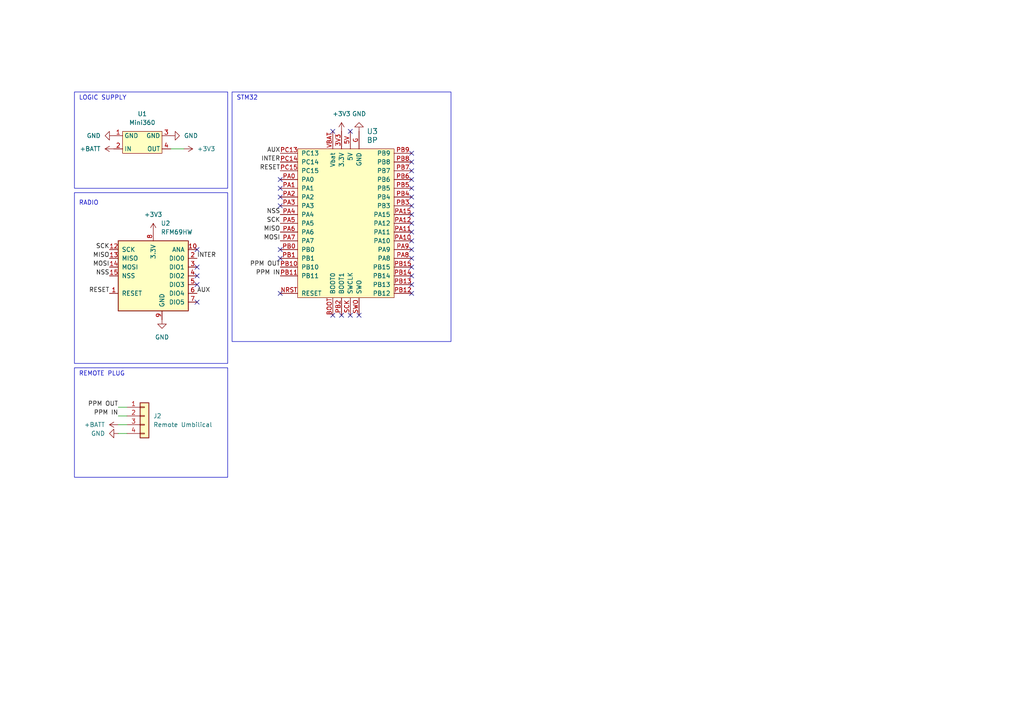
<source format=kicad_sch>
(kicad_sch (version 20230121) (generator eeschema)
  (paper "A4")
  (lib_symbols
    (symbol "Connector_Generic:Conn_01x04" (pin_names (offset 1.016) hide)
      (property "Reference" "J" (at 0 5.08 0))
      (property "Value" "Conn_01x04" (at 0 -7.62 0))
      (symbol "Conn_01x04_1_1"
        (rectangle (start -1.27 -4.953) (end 0 -5.207) (stroke (width 0.1524)))
        (rectangle (start -1.27 -2.413) (end 0 -2.667) (stroke (width 0.1524)))
        (rectangle (start -1.27 0.127) (end 0 -0.127) (stroke (width 0.1524)))
        (rectangle (start -1.27 2.667) (end 0 2.413) (stroke (width 0.1524)))
        (rectangle (start -1.27 3.81) (end 1.27 -6.35) (stroke (width 0.254)) (fill (type background)))
        (pin passive line (at -5.08 2.54 0) (length 3.81) (name "Pin_1") (number "1"))
        (pin passive line (at -5.08 0 0) (length 3.81) (name "Pin_2") (number "2"))
        (pin passive line (at -5.08 -2.54 0) (length 3.81) (name "Pin_3") (number "3"))
        (pin passive line (at -5.08 -5.08 0) (length 3.81) (name "Pin_4") (number "4"))
      )
    )
    (symbol "My_Library:Mini360"
      (property "Reference" "U" (at 2.54 7.62 0))
      (property "Value" "Mini360" (at 6.35 10.16 0))
      (symbol "Mini360_1_1"
        (rectangle (start 0 6.35) (end 11.43 0) (fill (type background)))
        (pin power_in line (at -2.54 5.08 0) (length 2.54) (name "GND") (number "1"))
        (pin power_in line (at -2.54 1.27 0) (length 2.54) (name "IN") (number "2"))
        (pin power_in line (at 13.97 5.08 180) (length 2.54) (name "GND") (number "3"))
        (pin power_out line (at 13.97 1.27 180) (length 2.54) (name "OUT") (number "4"))
      )
    )
    (symbol "My_Library:STM32 Bluepill" (pin_names (offset 1.016))
      (property "Reference" "U" (at -11.43 22.86 0))
      (property "Value" "BP" (at 7.62 -24.13 0))
      (symbol "STM32 Bluepill_1_1"
        (rectangle (start -13.97 21.59) (end 13.97 -21.59) (fill (type background)))
        (pin power_out line (at -1.27 26.67 270) (length 5.08) (name "3.3V") (number "3V3"))
        (pin power_out line (at 1.27 26.67 270) (length 5.08) (name "5V") (number "5V"))
        (pin input line (at -3.81 -26.67 90) (length 5.08) (name "BOOT0") (number "BOOT"))
        (pin power_out line (at 3.81 26.67 270) (length 5.08) (name "GND") (number "G"))
        (pin input line (at -19.05 -20.32 0) (length 5.08) (name "RESET") (number "NRST"))
        (pin bidirectional line (at -19.05 12.7 0) (length 5.08) (name "PA0") (number "PA0"))
        (pin bidirectional line (at -19.05 10.16 0) (length 5.08) (name "PA1") (number "PA1"))
        (pin bidirectional line (at 19.05 -5.08 180) (length 5.08) (name "PA10") (number "PA10"))
        (pin bidirectional line (at 19.05 -2.54 180) (length 5.08) (name "PA11") (number "PA11"))
        (pin bidirectional line (at 19.05 0 180) (length 5.08) (name "PA12") (number "PA12"))
        (pin bidirectional line (at 19.05 2.54 180) (length 5.08) (name "PA15") (number "PA15"))
        (pin bidirectional line (at -19.05 7.62 0) (length 5.08) (name "PA2") (number "PA2"))
        (pin bidirectional line (at -19.05 5.08 0) (length 5.08) (name "PA3") (number "PA3"))
        (pin bidirectional line (at -19.05 2.54 0) (length 5.08) (name "PA4") (number "PA4"))
        (pin bidirectional line (at -19.05 0 0) (length 5.08) (name "PA5") (number "PA5"))
        (pin bidirectional line (at -19.05 -2.54 0) (length 5.08) (name "PA6") (number "PA6"))
        (pin bidirectional line (at -19.05 -5.08 0) (length 5.08) (name "PA7") (number "PA7"))
        (pin bidirectional line (at 19.05 -10.16 180) (length 5.08) (name "PA8") (number "PA8"))
        (pin bidirectional line (at 19.05 -7.62 180) (length 5.08) (name "PA9") (number "PA9"))
        (pin bidirectional line (at -19.05 -7.62 0) (length 5.08) (name "PB0") (number "PB0"))
        (pin bidirectional line (at -19.05 -10.16 0) (length 5.08) (name "PB1") (number "PB1"))
        (pin bidirectional line (at -19.05 -12.7 0) (length 5.08) (name "PB10") (number "PB10"))
        (pin bidirectional line (at -19.05 -15.24 0) (length 5.08) (name "PB11") (number "PB11"))
        (pin bidirectional line (at 19.05 -20.32 180) (length 5.08) (name "PB12") (number "PB12"))
        (pin bidirectional line (at 19.05 -17.78 180) (length 5.08) (name "PB13") (number "PB13"))
        (pin bidirectional line (at 19.05 -15.24 180) (length 5.08) (name "PB14") (number "PB14"))
        (pin bidirectional line (at 19.05 -12.7 180) (length 5.08) (name "PB15") (number "PB15"))
        (pin bidirectional line (at -1.27 -26.67 90) (length 5.08) (name "BOOT1") (number "PB2"))
        (pin bidirectional line (at 19.05 5.08 180) (length 5.08) (name "PB3") (number "PB3"))
        (pin bidirectional line (at 19.05 7.62 180) (length 5.08) (name "PB4") (number "PB4"))
        (pin bidirectional line (at 19.05 10.16 180) (length 5.08) (name "PB5") (number "PB5"))
        (pin bidirectional line (at 19.05 12.7 180) (length 5.08) (name "PB6") (number "PB6"))
        (pin bidirectional line (at 19.05 15.24 180) (length 5.08) (name "PB7") (number "PB7"))
        (pin bidirectional line (at 19.05 17.78 180) (length 5.08) (name "PB8") (number "PB8"))
        (pin bidirectional line (at 19.05 20.32 180) (length 5.08) (name "PB9") (number "PB9"))
        (pin bidirectional line (at -19.05 20.32 0) (length 5.08) (name "PC13") (number "PC13"))
        (pin bidirectional line (at -19.05 17.78 0) (length 5.08) (name "PC14") (number "PC14"))
        (pin bidirectional line (at -19.05 15.24 0) (length 5.08) (name "PC15") (number "PC15"))
        (pin bidirectional line (at 1.27 -26.67 90) (length 5.08) (name "SWCLK") (number "SCK"))
        (pin bidirectional line (at 3.81 -26.67 90) (length 5.08) (name "SWO") (number "SWO"))
        (pin power_in line (at -3.81 26.67 270) (length 5.08) (name "Vbat") (number "VBAT"))
      )
    )
    (symbol "RF_Module:RFM69HW" (pin_names (offset 1.016))
      (property "Reference" "U" (at -3.81 11.43 0))
      (property "Value" "RFM69HW" (at -7.62 13.97 0))
      (symbol "RFM69HW_0_1"
        (rectangle (start -10.16 10.16) (end 10.16 -10.16) (stroke (width 0.254)) (fill (type background)))
      )
      (symbol "RFM69HW_1_1"
        (pin input line (at -12.7 -5.08 0) (length 2.54) (name "RESET") (number "1"))
        (pin output line (at 12.7 7.62 180) (length 2.54) (name "ANA") (number "10"))
        (pin passive line (at 2.54 -12.7 90) (length 2.54) hide (name "GND") (number "11"))
        (pin input line (at -12.7 7.62 0) (length 2.54) (name "SCK") (number "12"))
        (pin output line (at -12.7 5.08 0) (length 2.54) (name "MISO") (number "13"))
        (pin input line (at -12.7 2.54 0) (length 2.54) (name "MOSI") (number "14"))
        (pin input line (at -12.7 0 0) (length 2.54) (name "NSS") (number "15"))
        (pin no_connect line (at -2.54 -10.16 90) (length 2.54) hide (name "NC") (number "16"))
        (pin bidirectional line (at 12.7 5.08 180) (length 2.54) (name "DIO0") (number "2"))
        (pin bidirectional line (at 12.7 2.54 180) (length 2.54) (name "DIO1") (number "3"))
        (pin bidirectional line (at 12.7 0 180) (length 2.54) (name "DIO2") (number "4"))
        (pin bidirectional line (at 12.7 -2.54 180) (length 2.54) (name "DIO3") (number "5"))
        (pin bidirectional line (at 12.7 -5.08 180) (length 2.54) (name "DIO4") (number "6"))
        (pin bidirectional line (at 12.7 -7.62 180) (length 2.54) (name "DIO5") (number "7"))
        (pin power_in line (at 0 12.7 270) (length 2.54) (name "3.3V") (number "8"))
        (pin power_in line (at 2.54 -12.7 90) (length 2.54) (name "GND") (number "9"))
      )
    )
    (symbol "power:+3V3" (power) (pin_names (offset 0))
      (property "Value" "+3V3" (at 0 3.556 0))
      (symbol "+3V3_0_1"
        (polyline (pts (xy -0.762 1.27) (xy 0 2.54)))
        (polyline (pts (xy 0 0) (xy 0 2.54)))
        (polyline (pts (xy 0 2.54) (xy 0.762 1.27)))
      )
      (symbol "+3V3_1_1"
        (pin power_in line (at 0 0 90) (length 0) hide (name "+3V3") (number "1"))
      )
    )
    (symbol "power:+BATT" (power) (pin_names (offset 0))
      (property "Value" "+BATT" (at 0 3.556 0))
      (symbol "+BATT_0_1"
        (polyline (pts (xy -0.762 1.27) (xy 0 2.54)))
        (polyline (pts (xy 0 0) (xy 0 2.54)))
        (polyline (pts (xy 0 2.54) (xy 0.762 1.27)))
      )
      (symbol "+BATT_1_1"
        (pin power_in line (at 0 0 90) (length 0) hide (name "+BATT") (number "1"))
      )
    )
    (symbol "power:GND" (power) (pin_names (offset 0))
      (property "Value" "GND" (at 0 -3.81 0))
      (symbol "GND_0_1"
        (polyline (pts (xy 0 0) (xy 0 -1.27) (xy 1.27 -1.27) (xy 0 -2.54) (xy -1.27 -1.27) (xy 0 -1.27)))
      )
      (symbol "GND_1_1"
        (pin power_in line (at 0 0 270) (length 0) hide (name "GND") (number "1"))
      )
    )
  )
  (no_connect (at 119.38 82.55))
  (no_connect (at 119.38 74.93))
  (no_connect (at 96.52 38.1))
  (no_connect (at 57.15 77.47))
  (no_connect (at 119.38 54.61))
  (no_connect (at 119.38 46.99))
  (no_connect (at 101.6 91.44))
  (no_connect (at 119.38 49.53))
  (no_connect (at 96.52 91.44))
  (no_connect (at 57.15 82.55))
  (no_connect (at 119.38 67.31))
  (no_connect (at 119.38 52.07))
  (no_connect (at 99.06 91.44))
  (no_connect (at 119.38 85.09))
  (no_connect (at 101.6 38.1))
  (no_connect (at 81.28 59.69))
  (no_connect (at 119.38 69.85))
  (no_connect (at 81.28 85.09))
  (no_connect (at 119.38 59.69))
  (no_connect (at 81.28 72.39))
  (no_connect (at 119.38 62.23))
  (no_connect (at 81.28 54.61))
  (no_connect (at 119.38 77.47))
  (no_connect (at 119.38 64.77))
  (no_connect (at 57.15 80.01))
  (no_connect (at 119.38 44.45))
  (no_connect (at 104.14 91.44))
  (no_connect (at 119.38 57.15))
  (no_connect (at 119.38 80.01))
  (no_connect (at 81.28 52.07))
  (no_connect (at 119.38 72.39))
  (no_connect (at 57.15 87.63))
  (no_connect (at 81.28 57.15))
  (no_connect (at 57.15 72.39))
  (no_connect (at 81.28 74.93))
  (wire (pts (xy 34.29 118.11) (xy 36.83 118.11)))
  (wire (pts (xy 36.83 123.19) (xy 34.29 123.19)))
  (wire (pts (xy 36.83 125.73) (xy 34.29 125.73)))
  (wire (pts (xy 53.34 43.18) (xy 49.53 43.18)))
  (wire (pts (xy 36.83 120.65) (xy 34.29 120.65)))
  (rectangle (start 67.31 26.67) (end 130.81 99.06))
  (rectangle (start 21.59 106.68) (end 66.04 138.43))
  (rectangle (start 21.59 55.88) (end 66.04 105.41))
  (rectangle (start 21.59 26.67) (end 66.04 54.61))
  (text "STM32" (at 68.58 29.21 0) (effects (font (size 1.27 1.27)) (justify left bottom)))
  (text "LOGIC SUPPLY\n" (at 22.86 29.21 0) (effects (font (size 1.27 1.27)) (justify left bottom)))
  (text "REMOTE PLUG" (at 22.86 109.22 0) (effects (font (size 1.27 1.27)) (justify left bottom)))
  (text "RADIO" (at 22.86 59.69 0) (effects (font (size 1.27 1.27)) (justify left bottom)))
  (label "PPM OUT" (at 81.28 77.47 180))
  (label "MOSI" (at 81.28 69.85 180))
  (label "INTER" (at 57.15 74.93 0))
  (label "PPM IN" (at 34.29 120.65 180))
  (label "PPM IN" (at 81.28 80.01 180))
  (label "SCK" (at 81.28 64.77 180))
  (label "AUX" (at 81.28 44.45 180))
  (label "PPM OUT" (at 34.29 118.11 180))
  (label "SCK" (at 31.75 72.39 180))
  (label "MISO" (at 81.28 67.31 180))
  (label "AUX" (at 57.15 85.09 0))
  (label "INTER" (at 81.28 46.99 180))
  (label "NSS" (at 81.28 62.23 180))
  (label "MOSI" (at 31.75 77.47 180))
  (label "RESET" (at 31.75 85.09 180))
  (label "NSS" (at 31.75 80.01 180))
  (label "MISO" (at 31.75 74.93 180))
  (label "RESET" (at 81.28 49.53 180))
  (symbol (lib_id "My_Library:STM32 Bluepill") (at 100.33 64.77 0) (unit 1)
    (property "Reference" "U3" (at 106.3341 38.1 0) (effects (font (size 1.524 1.524)) (justify left)))
    (property "Value" "BP" (at 106.3341 40.64 0) (effects (font (size 1.524 1.524)) (justify left)))
    (property "Footprint" "My_Library:blue_pill" (effects hide))
    (property "Datasheet" "https://www.electronicshub.org/getting-started-with-stm32f103c8t6-blue-pill/" (effects hide))
  )
  (symbol (lib_id "power:GND") (at 34.29 125.73 270) (unit 1)
    (property "Reference" "#PWR011" (effects hide))
    (property "Value" "GND" (at 30.48 125.73 90) (effects (justify right)))
  )
  (symbol (lib_id "power:GND") (at 33.02 39.37 270) (unit 1)
    (property "Reference" "#PWR01" (effects hide))
    (property "Value" "GND" (at 29.21 39.37 90) (effects (justify right)))
  )
  (symbol (lib_id "power:+BATT") (at 34.29 123.19 90) (unit 1)
    (property "Reference" "#PWR012" (effects hide))
    (property "Value" "+BATT" (at 30.48 123.19 90) (effects (justify left)))
  )
  (symbol (lib_id "power:+3V3") (at 44.45 67.31 0) (unit 1)
    (property "Reference" "#PWR04" (effects hide))
    (property "Value" "+3V3" (at 44.45 62.23 0))
  )
  (symbol (lib_id "RF_Module:RFM69HW") (at 44.45 80.01 0) (unit 1)
    (property "Reference" "U2" (at 46.6441 64.77 0) (effects (justify left)))
    (property "Value" "RFM69HW" (at 46.6441 67.31 0) (effects (justify left)))
    (property "Footprint" "My_Library:HOPERF_RFM69HW" (effects hide))
    (property "Datasheet" "https://www.hoperf.com/data/upload/portal/20181127/5bfcbb56f1fd7.pdf" (effects hide))
  )
  (symbol (lib_id "power:+BATT") (at 33.02 43.18 90) (unit 1)
    (property "Reference" "#PWR08" (effects hide))
    (property "Value" "+BATT" (at 29.21 43.18 90) (effects (justify left)))
  )
  (symbol (lib_id "power:+3V3") (at 99.06 38.1 0) (unit 1)
    (property "Reference" "#PWR06" (effects hide))
    (property "Value" "+3V3" (at 99.06 33.02 0))
  )
  (symbol (lib_id "Connector_Generic:Conn_01x04") (at 41.91 120.65 0) (unit 1)
    (property "Reference" "J2" (at 44.45 120.65 0) (effects (justify left)))
    (property "Value" "Remote Umbilical" (at 44.45 123.19 0) (effects (justify left)))
    (property "Footprint" "Connector_PinHeader_2.54mm:PinHeader_1x04_P2.54mm_Vertical" (effects hide))
  )
  (symbol (lib_id "power:GND") (at 49.53 39.37 90) (unit 1)
    (property "Reference" "#PWR02" (effects hide))
    (property "Value" "GND" (at 53.34 39.37 90) (effects (justify right)))
  )
  (symbol (lib_id "power:GND") (at 104.14 38.1 180) (unit 1)
    (property "Reference" "#PWR07" (effects hide))
    (property "Value" "GND" (at 104.14 33.02 0))
  )
  (symbol (lib_id "power:GND") (at 46.99 92.71 0) (unit 1)
    (property "Reference" "#PWR05" (effects hide))
    (property "Value" "GND" (at 46.99 97.79 0))
  )
  (symbol (lib_id "power:+3V3") (at 53.34 43.18 270) (unit 1)
    (property "Reference" "#PWR03" (effects hide))
    (property "Value" "+3V3" (at 57.15 43.18 90) (effects (justify left)))
  )
  (symbol (lib_id "My_Library:Mini360") (at 35.56 44.45 0) (unit 1)
    (property "Reference" "U1" (at 41.275 33.02 0))
    (property "Value" "Mini360" (at 41.275 35.56 0))
    (property "Footprint" "My_Library:Mini360" (effects hide))
  )
)
</source>
